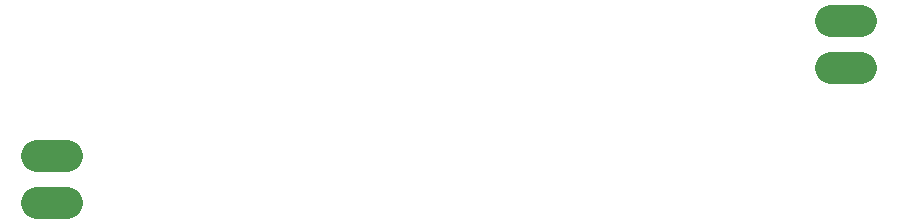
<source format=gbr>
G04 EAGLE Gerber RS-274X export*
G75*
%MOMM*%
%FSLAX34Y34*%
%LPD*%
%INSoldermask Top*%
%IPPOS*%
%AMOC8*
5,1,8,0,0,1.08239X$1,22.5*%
G01*
%ADD10C,2.717800*%


D10*
X853373Y447588D02*
X828227Y447588D01*
X828227Y487212D02*
X853373Y487212D01*
X181473Y372912D02*
X156327Y372912D01*
X156327Y333288D02*
X181473Y333288D01*
M02*

</source>
